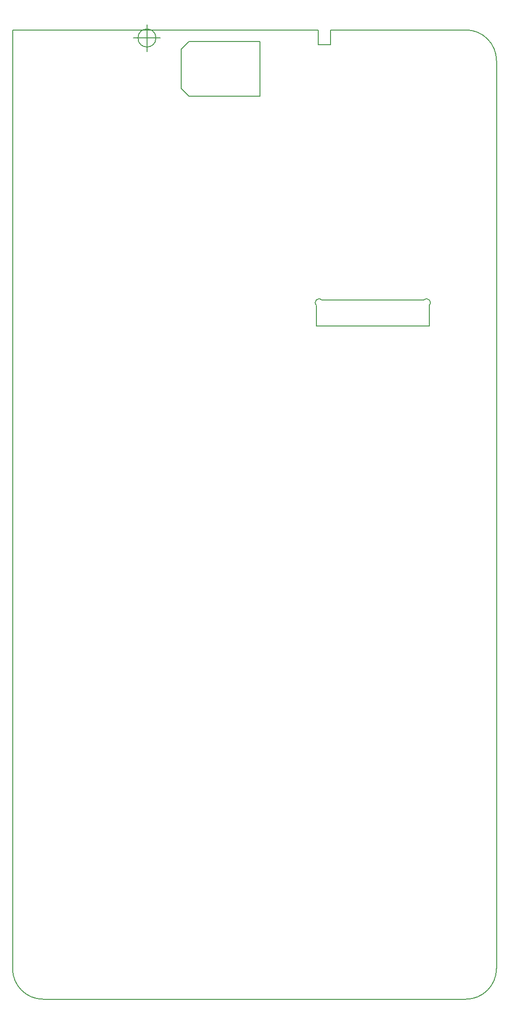
<source format=gbr>
G04 #@! TF.GenerationSoftware,KiCad,Pcbnew,5.0.0*
G04 #@! TF.CreationDate,2018-08-16T00:24:56-04:00*
G04 #@! TF.ProjectId,dvk-mx8m-bsb,64766B2D6D78386D2D6273622E6B6963,v0.1.0*
G04 #@! TF.SameCoordinates,Original*
G04 #@! TF.FileFunction,Profile,NP*
%FSLAX46Y46*%
G04 Gerber Fmt 4.6, Leading zero omitted, Abs format (unit mm)*
G04 Created by KiCad (PCBNEW 5.0.0) date Thu Aug 16 00:24:56 2018*
%MOMM*%
%LPD*%
G01*
G04 APERTURE LIST*
%ADD10C,0.150000*%
G04 #@! TA.AperFunction,NonConductor*
%ADD11C,0.150000*%
G04 #@! TD*
G04 APERTURE END LIST*
D10*
X86666666Y-60000000D02*
G75*
G03X86666666Y-60000000I-1666666J0D01*
G01*
X82500000Y-60000000D02*
X87500000Y-60000000D01*
X85000000Y-57500000D02*
X85000000Y-62500000D01*
X150000000Y-232800000D02*
X150000000Y-64200000D01*
X119150000Y-58500000D02*
X144300000Y-58500000D01*
X119150000Y-61200000D02*
X119150000Y-58500000D01*
X116850000Y-61200000D02*
X119150000Y-61200000D01*
X116850000Y-58500000D02*
X116850000Y-61200000D01*
X144300000Y-238500000D02*
G75*
G03X150000000Y-232800000I0J5700000D01*
G01*
X65700000Y-238500000D02*
X144300000Y-238500000D01*
X150000000Y-64200000D02*
G75*
G03X144300000Y-58500000I-5700000J0D01*
G01*
X116850000Y-58500000D02*
X60000000Y-58500000D01*
X60000000Y-58500000D02*
X60000000Y-232800000D01*
X60000000Y-232800000D02*
G75*
G03X65700000Y-238500000I5700000J0D01*
G01*
D11*
G04 #@! TO.C,J1803*
X117500000Y-108640000D02*
G75*
G03X116500000Y-109640000I-500000J-500000D01*
G01*
X137500000Y-113450000D02*
X137500000Y-109640000D01*
X136500000Y-108640000D02*
X117500000Y-108640000D01*
X116500000Y-109640000D02*
X116500000Y-113450000D01*
X116500000Y-113450000D02*
X137500000Y-113450000D01*
X136500000Y-108640000D02*
G75*
G02X137500000Y-109640000I500000J-500000D01*
G01*
G04 #@! TO.C,LS1601*
X106025000Y-60690000D02*
X92800000Y-60690000D01*
X91375000Y-69365000D02*
X91375000Y-62115000D01*
X106025000Y-70790000D02*
X92800000Y-70790000D01*
X106025000Y-70790000D02*
X106025000Y-60690000D01*
X91375000Y-69365000D02*
X92800000Y-70790000D01*
X92800000Y-60690000D02*
X91375000Y-62115000D01*
G04 #@! TD*
M02*

</source>
